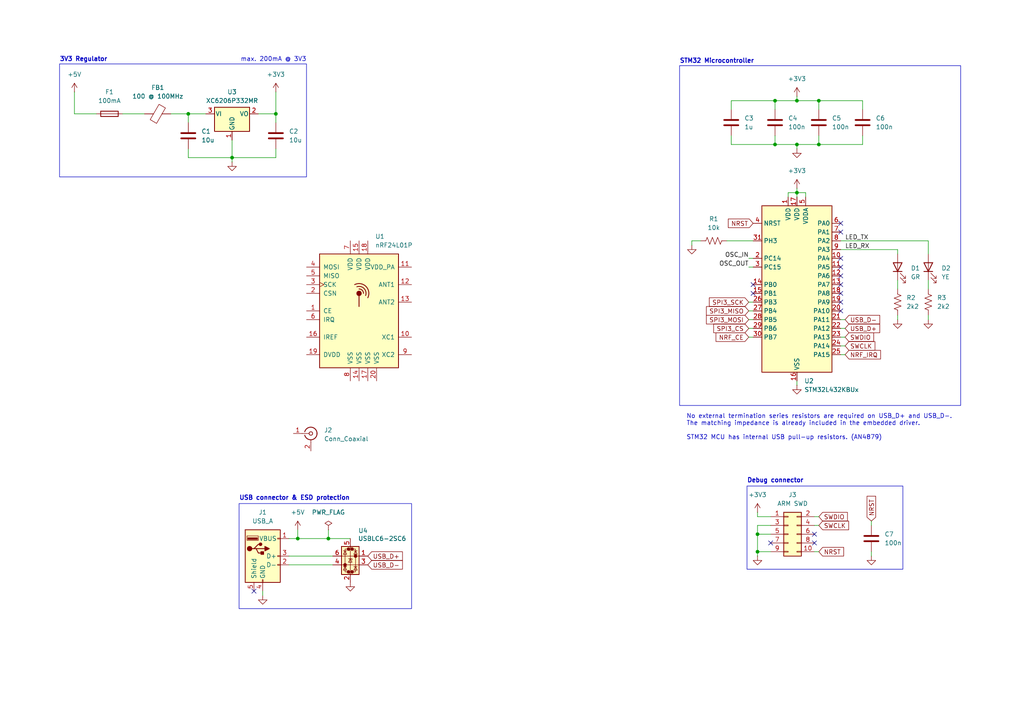
<source format=kicad_sch>
(kicad_sch (version 20250114) (generator "eeschema") (generator_version "9.0")
  (paper "A4")
  (title_block (title "STM32-based RF-to-USB dongle") (date "2025-03-10") (rev "0"))
  (lib_symbols
    (symbol "Connector:Conn_Coaxial" (pin_names (offset 1.016) (hide yes))
      (property "Reference" "J" (at 0.254 3.048 0))
      (property "Value" "Conn_Coaxial" (at 2.921 0 90))
      (symbol "Conn_Coaxial_0_1"
        (polyline (pts (xy -2.54 0) (xy -0.508 0)))
        (arc (start 1.778 0) (mid 0.222 -1.8079) (end -1.778 -0.508) (stroke (width 0.254)))
        (arc (start -1.778 0.508) (mid 0.2221 1.8084) (end 1.778 0) (stroke (width 0.254)))
        (circle (center 0 0) (radius 0.508) (stroke (width 0.2032)))
        (polyline (pts (xy 0 -2.54) (xy 0 -1.778)))
      )
      (symbol "Conn_Coaxial_1_1"
        (pin passive line (at -5.08 0 0) (length 2.54) (name "In") (number "1"))
        (pin passive line (at 0 -5.08 90) (length 2.54) (name "Ext") (number "2"))
      )
    )
    (symbol "Connector:USB_A" (pin_names (offset 1.016))
      (property "Reference" "J" (at -5.08 11.43 0))
      (property "Value" "USB_A" (at -5.08 8.89 0))
      (symbol "USB_A_0_1"
        (rectangle (start -5.08 -7.62) (end 5.08 7.62) (stroke (width 0.254)) (fill (type background)))
        (circle (center -3.81 2.159) (radius 0.635) (stroke (width 0.254)) (fill (type outline)))
        (polyline (pts (xy -3.175 2.159) (xy -2.54 2.159) (xy -1.27 3.429) (xy -0.635 3.429)) (stroke (width 0.254)))
        (polyline (pts (xy -2.54 2.159) (xy -1.905 2.159) (xy -1.27 0.889) (xy 0 0.889)) (stroke (width 0.254)))
        (rectangle (start -1.524 4.826) (end -4.318 5.334) (fill (type outline)))
        (rectangle (start -1.27 4.572) (end -4.572 5.842))
        (circle (center -0.635 3.429) (radius 0.381) (stroke (width 0.254)) (fill (type outline)))
        (rectangle (start -0.127 -7.62) (end 0.127 -6.858))
        (rectangle (start 0.254 1.27) (end -0.508 0.508) (stroke (width 0.254)) (fill (type outline)))
        (polyline (pts (xy 0.635 2.794) (xy 0.635 1.524) (xy 1.905 2.159) (xy 0.635 2.794)) (stroke (width 0.254)) (fill (type outline)))
        (rectangle (start 5.08 4.953) (end 4.318 5.207))
        (rectangle (start 5.08 -0.127) (end 4.318 0.127))
        (rectangle (start 5.08 -2.667) (end 4.318 -2.413))
      )
      (symbol "USB_A_1_1"
        (polyline (pts (xy -1.905 2.159) (xy 0.635 2.159)) (stroke (width 0.254)))
        (pin passive line (at -2.54 -10.16 90) (length 2.54) (name "Shield") (number "5"))
        (pin power_in line (at 0 -10.16 90) (length 2.54) (name "GND") (number "4"))
        (pin power_in line (at 7.62 5.08 180) (length 2.54) (name "VBUS") (number "1"))
        (pin bidirectional line (at 7.62 0 180) (length 2.54) (name "D+") (number "3"))
        (pin bidirectional line (at 7.62 -2.54 180) (length 2.54) (name "D-") (number "2"))
      )
    )
    (symbol "Connector_Generic:Conn_02x05_Odd_Even" (pin_names (offset 1.016) (hide yes))
      (property "Reference" "J" (at 1.27 7.62 0))
      (property "Value" "Conn_02x05_Odd_Even" (at 1.27 -7.62 0))
      (symbol "Conn_02x05_Odd_Even_1_1"
        (rectangle (start -1.27 6.35) (end 3.81 -6.35) (stroke (width 0.254)) (fill (type background)))
        (rectangle (start -1.27 5.207) (end 0 4.953) (stroke (width 0.1524)))
        (rectangle (start -1.27 2.667) (end 0 2.413) (stroke (width 0.1524)))
        (rectangle (start -1.27 0.127) (end 0 -0.127) (stroke (width 0.1524)))
        (rectangle (start -1.27 -2.413) (end 0 -2.667) (stroke (width 0.1524)))
        (rectangle (start -1.27 -4.953) (end 0 -5.207) (stroke (width 0.1524)))
        (rectangle (start 3.81 5.207) (end 2.54 4.953) (stroke (width 0.1524)))
        (rectangle (start 3.81 2.667) (end 2.54 2.413) (stroke (width 0.1524)))
        (rectangle (start 3.81 0.127) (end 2.54 -0.127) (stroke (width 0.1524)))
        (rectangle (start 3.81 -2.413) (end 2.54 -2.667) (stroke (width 0.1524)))
        (rectangle (start 3.81 -4.953) (end 2.54 -5.207) (stroke (width 0.1524)))
        (pin passive line (at -5.08 5.08 0) (length 3.81) (name "Pin_1") (number "1"))
        (pin passive line (at -5.08 2.54 0) (length 3.81) (name "Pin_3") (number "3"))
        (pin passive line (at -5.08 0 0) (length 3.81) (name "Pin_5") (number "5"))
        (pin passive line (at -5.08 -2.54 0) (length 3.81) (name "Pin_7") (number "7"))
        (pin passive line (at -5.08 -5.08 0) (length 3.81) (name "Pin_9") (number "9"))
        (pin passive line (at 7.62 5.08 180) (length 3.81) (name "Pin_2") (number "2"))
        (pin passive line (at 7.62 2.54 180) (length 3.81) (name "Pin_4") (number "4"))
        (pin passive line (at 7.62 0 180) (length 3.81) (name "Pin_6") (number "6"))
        (pin passive line (at 7.62 -2.54 180) (length 3.81) (name "Pin_8") (number "8"))
        (pin passive line (at 7.62 -5.08 180) (length 3.81) (name "Pin_10") (number "10"))
      )
    )
    (symbol "Device:C" (pin_numbers (hide yes)) (pin_names (offset 0.254))
      (property "Reference" "C" (at 0.635 2.54 0))
      (property "Value" "C" (at 0.635 -2.54 0))
      (symbol "C_0_1"
        (polyline (pts (xy -2.032 0.762) (xy 2.032 0.762)) (stroke (width 0.508)))
        (polyline (pts (xy -2.032 -0.762) (xy 2.032 -0.762)) (stroke (width 0.508)))
      )
      (symbol "C_1_1"
        (pin passive line (at 0 3.81 270) (length 2.794) (name "~") (number "1"))
        (pin passive line (at 0 -3.81 90) (length 2.794) (name "~") (number "2"))
      )
    )
    (symbol "Device:FerriteBead" (pin_numbers (hide yes)) (pin_names (offset 0))
      (property "Reference" "FB" (at -3.81 0.635 90))
      (property "Value" "FerriteBead" (at 3.81 0 90))
      (symbol "FerriteBead_0_1"
        (polyline (pts (xy -2.7686 0.4064) (xy -1.7018 2.2606) (xy 2.7686 -0.3048) (xy 1.6764 -2.159) (xy -2.7686 0.4064)))
        (polyline (pts (xy 0 1.27) (xy 0 1.2954)))
        (polyline (pts (xy 0 -1.27) (xy 0 -1.2192)))
      )
      (symbol "FerriteBead_1_1"
        (pin passive line (at 0 3.81 270) (length 2.54) (name "~") (number "1"))
        (pin passive line (at 0 -3.81 90) (length 2.54) (name "~") (number "2"))
      )
    )
    (symbol "Device:Fuse" (pin_numbers (hide yes)) (pin_names (offset 0))
      (property "Reference" "F" (at 2.032 0 90))
      (property "Value" "Fuse" (at -1.905 0 90))
      (symbol "Fuse_0_1"
        (rectangle (start -0.762 -2.54) (end 0.762 2.54) (stroke (width 0.254)))
        (polyline (pts (xy 0 2.54) (xy 0 -2.54)))
      )
      (symbol "Fuse_1_1"
        (pin passive line (at 0 3.81 270) (length 1.27) (name "~") (number "1"))
        (pin passive line (at 0 -3.81 90) (length 1.27) (name "~") (number "2"))
      )
    )
    (symbol "Device:LED" (pin_numbers (hide yes)) (pin_names (offset 1.016) (hide yes))
      (property "Reference" "D" (at 0 2.54 0))
      (property "Value" "LED" (at 0 -2.54 0))
      (symbol "LED_0_1"
        (polyline (pts (xy -3.048 -0.762) (xy -4.572 -2.286) (xy -3.81 -2.286) (xy -4.572 -2.286) (xy -4.572 -1.524)))
        (polyline (pts (xy -1.778 -0.762) (xy -3.302 -2.286) (xy -2.54 -2.286) (xy -3.302 -2.286) (xy -3.302 -1.524)))
        (polyline (pts (xy -1.27 0) (xy 1.27 0)))
        (polyline (pts (xy -1.27 -1.27) (xy -1.27 1.27)) (stroke (width 0.254)))
        (polyline (pts (xy 1.27 -1.27) (xy 1.27 1.27) (xy -1.27 0) (xy 1.27 -1.27)) (stroke (width 0.254)))
      )
      (symbol "LED_1_1"
        (pin passive line (at -3.81 0 0) (length 2.54) (name "K") (number "1"))
        (pin passive line (at 3.81 0 180) (length 2.54) (name "A") (number "2"))
      )
    )
    (symbol "Device:R_US" (pin_numbers (hide yes)) (pin_names (offset 0))
      (property "Reference" "R" (at 2.54 0 90))
      (property "Value" "R_US" (at -2.54 0 90))
      (symbol "R_US_0_1"
        (polyline (pts (xy 0 2.286) (xy 0 2.54)))
        (polyline (pts (xy 0 2.286) (xy 1.016 1.905) (xy 0 1.524) (xy -1.016 1.143) (xy 0 0.762)))
        (polyline (pts (xy 0 0.762) (xy 1.016 0.381) (xy 0 0) (xy -1.016 -0.381) (xy 0 -0.762)))
        (polyline (pts (xy 0 -0.762) (xy 1.016 -1.143) (xy 0 -1.524) (xy -1.016 -1.905) (xy 0 -2.286)))
        (polyline (pts (xy 0 -2.286) (xy 0 -2.54)))
      )
      (symbol "R_US_1_1"
        (pin passive line (at 0 3.81 270) (length 1.27) (name "~") (number "1"))
        (pin passive line (at 0 -3.81 90) (length 1.27) (name "~") (number "2"))
      )
    )
    (symbol "MCU_ST_STM32L4:STM32L432KBUx"
      (property "Reference" "U" (at -10.16 26.67 0))
      (property "Value" "STM32L432KBUx" (at 5.08 26.67 0))
      (symbol "STM32L432KBUx_0_1"
        (rectangle (start -10.16 -22.86) (end 10.16 25.4) (stroke (width 0.254)) (fill (type background)))
      )
      (symbol "STM32L432KBUx_1_1"
        (pin input line (at -12.7 20.32 0) (length 2.54) (name "NRST") (number "4"))
        (pin bidirectional line (at -12.7 15.24 0) (length 2.54) (name "PH3") (number "31"))
        (pin bidirectional line (at -12.7 10.16 0) (length 2.54) (name "PC14") (number "2"))
        (pin bidirectional line (at -12.7 7.62 0) (length 2.54) (name "PC15") (number "3"))
        (pin bidirectional line (at -12.7 2.54 0) (length 2.54) (name "PB0") (number "14") (alternate "" input line))
        (pin bidirectional line (at -12.7 0 0) (length 2.54) (name "PB1") (number "15"))
        (pin bidirectional line (at -12.7 -2.54 0) (length 2.54) (name "PB3") (number "26"))
        (pin bidirectional line (at -12.7 -5.08 0) (length 2.54) (name "PB4") (number "27"))
        (pin bidirectional line (at -12.7 -7.62 0) (length 2.54) (name "PB5") (number "28"))
        (pin bidirectional line (at -12.7 -10.16 0) (length 2.54) (name "PB6") (number "29"))
        (pin bidirectional line (at -12.7 -12.7 0) (length 2.54) (name "PB7") (number "30"))
        (pin power_in line (at -2.54 27.94 270) (length 2.54) (name "VDD") (number "1"))
        (pin power_in line (at 0 27.94 270) (length 2.54) (name "VDD") (number "17"))
        (pin power_in line (at 0 -25.4 90) (length 2.54) (name "VSS") (number "16"))
        (pin passive line (at 0 -25.4 90) (length 2.54) (hide yes) (name "VSS") (number "32"))
        (pin passive line (at 0 -25.4 90) (length 2.54) (hide yes) (name "VSS") (number "33"))
        (pin power_in line (at 2.54 27.94 270) (length 2.54) (name "VDDA") (number "5"))
        (pin bidirectional line (at 12.7 20.32 180) (length 2.54) (name "PA0") (number "6"))
        (pin bidirectional line (at 12.7 17.78 180) (length 2.54) (name "PA1") (number "7"))
        (pin bidirectional line (at 12.7 15.24 180) (length 2.54) (name "PA2") (number "8"))
        (pin bidirectional line (at 12.7 12.7 180) (length 2.54) (name "PA3") (number "9"))
        (pin bidirectional line (at 12.7 10.16 180) (length 2.54) (name "PA4") (number "10"))
        (pin bidirectional line (at 12.7 7.62 180) (length 2.54) (name "PA5") (number "11"))
        (pin bidirectional line (at 12.7 5.08 180) (length 2.54) (name "PA6") (number "12"))
        (pin bidirectional line (at 12.7 2.54 180) (length 2.54) (name "PA7") (number "13"))
        (pin bidirectional line (at 12.7 0 180) (length 2.54) (name "PA8") (number "18"))
        (pin bidirectional line (at 12.7 -2.54 180) (length 2.54) (name "PA9") (number "19"))
        (pin bidirectional line (at 12.7 -5.08 180) (length 2.54) (name "PA10") (number "20"))
        (pin bidirectional line (at 12.7 -7.62 180) (length 2.54) (name "PA11") (number "21"))
        (pin bidirectional line (at 12.7 -10.16 180) (length 2.54) (name "PA12") (number "22"))
        (pin bidirectional line (at 12.7 -12.7 180) (length 2.54) (name "PA13") (number "23"))
        (pin bidirectional line (at 12.7 -15.24 180) (length 2.54) (name "PA14") (number "24"))
        (pin bidirectional line (at 12.7 -17.78 180) (length 2.54) (name "PA15") (number "25"))
      )
    )
    (symbol "Power_Protection:USBLC6-2SC6" (pin_names (hide yes))
      (property "Reference" "U" (at 0.635 5.715 0))
      (property "Value" "USBLC6-2SC6" (at 0.635 3.81 0))
      (symbol "USBLC6-2SC6_0_0"
        (circle (center -1.524 0) (radius 0.0001) (stroke (width 0.508)))
        (circle (center -0.508 2.032) (radius 0.0001) (stroke (width 0.508)))
        (circle (center -0.508 -4.572) (radius 0.0001) (stroke (width 0.508)))
        (circle (center 0.508 2.032) (radius 0.0001) (stroke (width 0.508)))
        (circle (center 0.508 -4.572) (radius 0.0001) (stroke (width 0.508)))
        (circle (center 1.524 -2.54) (radius 0.0001) (stroke (width 0.508)))
      )
      (symbol "USBLC6-2SC6_0_1"
        (polyline (pts (xy -2.54 0) (xy 2.54 0)))
        (polyline (pts (xy -2.54 -2.54) (xy 2.54 -2.54)))
        (polyline (pts (xy -2.032 0.508) (xy -1.016 0.508) (xy -1.524 1.524) (xy -2.032 0.508)))
        (polyline (pts (xy -2.032 -3.048) (xy -1.016 -3.048)))
        (polyline (pts (xy -1.016 1.524) (xy -2.032 1.524)))
        (polyline (pts (xy -1.016 -4.064) (xy -2.032 -4.064) (xy -1.524 -3.048) (xy -1.016 -4.064)))
        (polyline (pts (xy -0.508 -1.143) (xy -0.508 -0.762) (xy 0.508 -0.762)))
        (polyline (pts (xy 0 2.54) (xy -0.508 2.032) (xy 0.508 2.032) (xy 0 1.524) (xy 0 -4.064) (xy -0.508 -4.572) (xy 0.508 -4.572) (xy 0 -5.08)))
        (polyline (pts (xy 0.508 -1.778) (xy -0.508 -1.778) (xy 0 -0.762) (xy 0.508 -1.778)))
        (polyline (pts (xy 1.016 1.524) (xy 2.032 1.524)))
        (polyline (pts (xy 1.016 -3.048) (xy 2.032 -3.048)))
        (polyline (pts (xy 2.032 0.508) (xy 1.016 0.508) (xy 1.524 1.524) (xy 2.032 0.508)))
        (polyline (pts (xy 2.032 -4.064) (xy 1.016 -4.064) (xy 1.524 -3.048) (xy 2.032 -4.064)))
      )
      (symbol "USBLC6-2SC6_1_1"
        (rectangle (start -2.54 2.794) (end 2.54 -5.334) (stroke (width 0.254)) (fill (type background)))
        (polyline (pts (xy -0.508 2.032) (xy -1.524 2.032) (xy -1.524 -4.572) (xy -0.508 -4.572)))
        (polyline (pts (xy 0.508 -4.572) (xy 1.524 -4.572) (xy 1.524 2.032) (xy 0.508 2.032)))
        (pin passive line (at -5.08 0 0) (length 2.54) (name "I/O1") (number "1"))
        (pin passive line (at -5.08 -2.54 0) (length 2.54) (name "I/O2") (number "3"))
        (pin passive line (at 0 5.08 270) (length 2.54) (name "VBUS") (number "5"))
        (pin passive line (at 0 -7.62 90) (length 2.54) (name "GND") (number "2"))
        (pin passive line (at 5.08 0 180) (length 2.54) (name "I/O1") (number "6"))
        (pin passive line (at 5.08 -2.54 180) (length 2.54) (name "I/O2") (number "4"))
      )
    )
    (symbol "RF:nRF24L01P" (pin_names (offset 1.016))
      (property "Reference" "U" (at -11.43 17.78 0))
      (property "Value" "nRF24L01P" (at 5.08 17.78 0))
      (symbol "nRF24L01P_0_1"
        (rectangle (start -11.43 16.51) (end 11.43 -16.51) (stroke (width 0.254)) (fill (type background)))
        (arc (start -1.27 7.62) (mid 2.008 7.088) (end 2.54 3.81) (stroke (width 0.254)))
        (circle (center 0 5.08) (radius 0.635) (stroke (width 0.254)) (fill (type outline)))
        (polyline (pts (xy 0 4.445) (xy 0 1.27)) (stroke (width 0.254)))
        (arc (start -0.635 6.985) (mid 1.4383 6.5183) (end 1.905 4.445) (stroke (width 0.254)))
        (arc (start 0 6.35) (mid 0.9108 5.9908) (end 1.27 5.08) (stroke (width 0.254)))
        (rectangle (start 11.43 -13.97) (end 11.43 -13.97))
      )
      (symbol "nRF24L01P_1_1"
        (pin input line (at -15.24 12.7 0) (length 3.81) (name "MOSI") (number "4"))
        (pin output line (at -15.24 10.16 0) (length 3.81) (name "MISO") (number "5"))
        (pin input clock (at -15.24 7.62 0) (length 3.81) (name "SCK") (number "3"))
        (pin input line (at -15.24 5.08 0) (length 3.81) (name "CSN") (number "2"))
        (pin input line (at -15.24 0 0) (length 3.81) (name "CE") (number "1"))
        (pin output line (at -15.24 -2.54 0) (length 3.81) (name "IRQ") (number "6"))
        (pin passive line (at -15.24 -7.62 0) (length 3.81) (name "IREF") (number "16"))
        (pin power_out line (at -15.24 -12.7 0) (length 3.81) (name "DVDD") (number "19"))
        (pin power_in line (at -2.54 20.32 270) (length 3.81) (name "VDD") (number "7"))
        (pin power_in line (at -2.54 -20.32 90) (length 3.81) (name "VSS") (number "8"))
        (pin power_in line (at 0 20.32 270) (length 3.81) (name "VDD") (number "15"))
        (pin power_in line (at 0 -20.32 90) (length 3.81) (name "VSS") (number "14"))
        (pin power_in line (at 2.54 20.32 270) (length 3.81) (name "VDD") (number "18"))
        (pin power_in line (at 2.54 -20.32 90) (length 3.81) (name "VSS") (number "17"))
        (pin power_in line (at 5.08 -20.32 90) (length 3.81) (name "VSS") (number "20"))
        (pin power_out line (at 15.24 12.7 180) (length 3.81) (name "VDD_PA") (number "11"))
        (pin passive line (at 15.24 7.62 180) (length 3.81) (name "ANT1") (number "12"))
        (pin passive line (at 15.24 2.54 180) (length 3.81) (name "ANT2") (number "13"))
        (pin passive line (at 15.24 -7.62 180) (length 3.81) (name "XC1") (number "10"))
        (pin passive line (at 15.24 -12.7 180) (length 3.81) (name "XC2") (number "9"))
      )
    )
    (symbol "Regulator_Linear:XC6206PxxxMR" (pin_names (offset 0.254))
      (property "Reference" "U" (at -3.81 3.175 0))
      (property "Value" "XC6206PxxxMR" (at 0 3.175 0))
      (symbol "XC6206PxxxMR_0_1"
        (rectangle (start -5.08 1.905) (end 5.08 -5.08) (stroke (width 0.254)) (fill (type background)))
      )
      (symbol "XC6206PxxxMR_1_1"
        (pin power_in line (at -7.62 0 0) (length 2.54) (name "VI") (number "3"))
        (pin power_in line (at 0 -7.62 90) (length 2.54) (name "GND") (number "1"))
        (pin power_out line (at 7.62 0 180) (length 2.54) (name "VO") (number "2"))
      )
    )
    (symbol "power:+3V3" (power) (pin_numbers (hide yes)) (pin_names (offset 0) (hide yes))
      (property "Value" "+3V3" (at 0 3.556 0))
      (symbol "+3V3_0_1"
        (polyline (pts (xy -0.762 1.27) (xy 0 2.54)))
        (polyline (pts (xy 0 2.54) (xy 0.762 1.27)))
        (polyline (pts (xy 0 0) (xy 0 2.54)))
      )
      (symbol "+3V3_1_1"
        (pin power_in line (at 0 0 90) (length 0) (name "~") (number "1"))
      )
    )
    (symbol "power:+5V" (power) (pin_numbers (hide yes)) (pin_names (offset 0) (hide yes))
      (property "Value" "+5V" (at 0 3.556 0))
      (symbol "+5V_0_1"
        (polyline (pts (xy -0.762 1.27) (xy 0 2.54)))
        (polyline (pts (xy 0 2.54) (xy 0.762 1.27)))
        (polyline (pts (xy 0 0) (xy 0 2.54)))
      )
      (symbol "+5V_1_1"
        (pin power_in line (at 0 0 90) (length 0) (name "~") (number "1"))
      )
    )
    (symbol "power:GND" (power) (pin_numbers (hide yes)) (pin_names (offset 0) (hide yes))
      (property "Value" "GND" (at 0 -3.81 0))
      (symbol "GND_0_1"
        (polyline (pts (xy 0 0) (xy 0 -1.27) (xy 1.27 -1.27) (xy 0 -2.54) (xy -1.27 -1.27) (xy 0 -1.27)))
      )
      (symbol "GND_1_1"
        (pin power_in line (at 0 0 270) (length 0) (name "~") (number "1"))
      )
    )
    (symbol "power:PWR_FLAG" (power) (pin_numbers (hide yes)) (pin_names (offset 0) (hide yes))
      (property "Value" "PWR_FLAG" (at 0 3.81 0))
      (symbol "PWR_FLAG_0_0"
        (pin power_out line (at 0 0 90) (length 0) (name "~") (number "1"))
      )
      (symbol "PWR_FLAG_0_1"
        (polyline (pts (xy 0 0) (xy 0 1.27) (xy -1.016 1.905) (xy 0 2.54) (xy 1.016 1.905) (xy 0 1.27)))
      )
    )
  )
  (rectangle (start 17.272 18.542) (end 88.9 51.308))
  (rectangle (start 69.342 146.05) (end 119.38 176.53))
  (rectangle (start 197.104 19.05) (end 278.638 117.602))
  (rectangle (start 216.662 140.97) (end 261.874 165.1))
  (text "3V3 Regulator" (at 17.272 17.272 0) (effects (font (size 1.27 1.27) (thickness 0.254) (bold yes)) (justify left)))
  (text "USB connector & ESD protection" (at 69.342 144.526 0) (effects (font (size 1.27 1.27) (thickness 0.254) (bold yes)) (justify left)))
  (text "STM32 Microcontroller" (at 197.104 17.78 0) (effects (font (size 1.27 1.27) (thickness 0.254) (bold yes)) (justify left)))
  (text "Debug connector" (at 216.662 139.446 0) (effects (font (size 1.27 1.27) (thickness 0.254) (bold yes)) (justify left)))
  (text "max. 200mA @ 3V3" (at 88.9 17.272 0) (effects (font (size 1.27 1.27)) (justify right)))
  (text_box "No external termination series resistors are required on USB_D+ and USB_D-. The matching impedance is already included in the embedded driver.\n\nSTM32 MCU has internal USB pull-up resistors. (AN4879)" (at 198.12 118.872 0) (size 79.248 10.668) (margins 0.9525 0.9525 0.9525 0.9525) (stroke (width -0.0001)) (effects (font (size 1.27 1.27)) (justify left top)))
  (junction (at 95.25 156.21))
  (junction (at 231.14 41.91))
  (junction (at 67.31 45.72))
  (junction (at 224.79 29.21))
  (junction (at 231.14 29.21))
  (junction (at 86.36 156.21))
  (junction (at 219.71 160.02))
  (junction (at 219.71 154.94))
  (junction (at 231.14 55.88))
  (junction (at 80.01 33.02))
  (junction (at 237.49 41.91))
  (junction (at 54.61 33.02))
  (junction (at 224.79 41.91))
  (junction (at 237.49 29.21))
  (no_connect (at 243.84 67.31))
  (no_connect (at 236.22 157.48))
  (no_connect (at 223.52 157.48))
  (no_connect (at 243.84 90.17))
  (no_connect (at 236.22 154.94))
  (no_connect (at 243.84 77.47))
  (no_connect (at 218.44 85.09))
  (no_connect (at 243.84 74.93))
  (no_connect (at 243.84 82.55))
  (no_connect (at 218.44 82.55))
  (no_connect (at 243.84 80.01))
  (no_connect (at 73.66 171.45))
  (no_connect (at 243.84 85.09))
  (no_connect (at 243.84 64.77))
  (no_connect (at 243.84 87.63))
  (wire (pts (xy 217.17 77.47) (xy 218.44 77.47)))
  (wire (pts (xy 233.68 57.15) (xy 233.68 55.88)))
  (wire (pts (xy 80.01 26.67) (xy 80.01 33.02)))
  (wire (pts (xy 80.01 33.02) (xy 80.01 35.56)))
  (wire (pts (xy 83.82 161.29) (xy 96.52 161.29)))
  (wire (pts (xy 231.14 54.61) (xy 231.14 55.88)))
  (wire (pts (xy 224.79 29.21) (xy 224.79 31.75)))
  (wire (pts (xy 219.71 148.59) (xy 219.71 149.86)))
  (wire (pts (xy 67.31 46.99) (xy 67.31 45.72)))
  (wire (pts (xy 219.71 161.29) (xy 219.71 160.02)))
  (wire (pts (xy 260.35 73.66) (xy 260.35 72.39)))
  (wire (pts (xy 231.14 29.21) (xy 237.49 29.21)))
  (wire (pts (xy 86.36 153.67) (xy 86.36 156.21)))
  (wire (pts (xy 231.14 41.91) (xy 231.14 43.18)))
  (wire (pts (xy 231.14 41.91) (xy 237.49 41.91)))
  (wire (pts (xy 41.91 33.02) (xy 35.56 33.02)))
  (wire (pts (xy 95.25 156.21) (xy 101.6 156.21)))
  (wire (pts (xy 76.2 172.72) (xy 76.2 171.45)))
  (wire (pts (xy 243.84 69.85) (xy 269.24 69.85)))
  (wire (pts (xy 212.09 29.21) (xy 224.79 29.21)))
  (wire (pts (xy 237.49 39.37) (xy 237.49 41.91)))
  (wire (pts (xy 54.61 33.02) (xy 49.53 33.02)))
  (wire (pts (xy 233.68 55.88) (xy 231.14 55.88)))
  (wire (pts (xy 224.79 41.91) (xy 231.14 41.91)))
  (wire (pts (xy 21.59 33.02) (xy 21.59 26.67)))
  (wire (pts (xy 219.71 154.94) (xy 219.71 160.02)))
  (wire (pts (xy 252.73 152.4) (xy 252.73 151.13)))
  (wire (pts (xy 217.17 87.63) (xy 218.44 87.63)))
  (wire (pts (xy 27.94 33.02) (xy 21.59 33.02)))
  (wire (pts (xy 83.82 163.83) (xy 96.52 163.83)))
  (wire (pts (xy 95.25 156.21) (xy 95.25 153.67)))
  (wire (pts (xy 231.14 55.88) (xy 231.14 57.15)))
  (wire (pts (xy 250.19 39.37) (xy 250.19 41.91)))
  (wire (pts (xy 210.82 69.85) (xy 218.44 69.85)))
  (wire (pts (xy 212.09 39.37) (xy 212.09 41.91)))
  (wire (pts (xy 237.49 160.02) (xy 236.22 160.02)))
  (wire (pts (xy 224.79 29.21) (xy 231.14 29.21)))
  (wire (pts (xy 200.66 69.85) (xy 203.2 69.85)))
  (wire (pts (xy 231.14 27.94) (xy 231.14 29.21)))
  (wire (pts (xy 212.09 41.91) (xy 224.79 41.91)))
  (wire (pts (xy 86.36 156.21) (xy 83.82 156.21)))
  (wire (pts (xy 217.17 92.71) (xy 218.44 92.71)))
  (wire (pts (xy 237.49 149.86) (xy 236.22 149.86)))
  (wire (pts (xy 252.73 161.29) (xy 252.73 160.02)))
  (wire (pts (xy 269.24 73.66) (xy 269.24 69.85)))
  (wire (pts (xy 67.31 45.72) (xy 67.31 40.64)))
  (wire (pts (xy 228.6 55.88) (xy 231.14 55.88)))
  (wire (pts (xy 269.24 92.71) (xy 269.24 91.44)))
  (wire (pts (xy 80.01 45.72) (xy 67.31 45.72)))
  (wire (pts (xy 237.49 152.4) (xy 236.22 152.4)))
  (wire (pts (xy 237.49 29.21) (xy 237.49 31.75)))
  (wire (pts (xy 54.61 43.18) (xy 54.61 45.72)))
  (wire (pts (xy 212.09 29.21) (xy 212.09 31.75)))
  (wire (pts (xy 217.17 95.25) (xy 218.44 95.25)))
  (wire (pts (xy 237.49 41.91) (xy 250.19 41.91)))
  (wire (pts (xy 59.69 33.02) (xy 54.61 33.02)))
  (wire (pts (xy 54.61 35.56) (xy 54.61 33.02)))
  (wire (pts (xy 74.93 33.02) (xy 80.01 33.02)))
  (wire (pts (xy 217.17 97.79) (xy 218.44 97.79)))
  (wire (pts (xy 200.66 69.85) (xy 200.66 71.12)))
  (wire (pts (xy 219.71 149.86) (xy 223.52 149.86)))
  (wire (pts (xy 224.79 39.37) (xy 224.79 41.91)))
  (wire (pts (xy 260.35 92.71) (xy 260.35 91.44)))
  (wire (pts (xy 228.6 57.15) (xy 228.6 55.88)))
  (wire (pts (xy 217.17 74.93) (xy 218.44 74.93)))
  (wire (pts (xy 245.11 92.71) (xy 243.84 92.71)))
  (wire (pts (xy 245.11 97.79) (xy 243.84 97.79)))
  (wire (pts (xy 86.36 156.21) (xy 95.25 156.21)))
  (wire (pts (xy 245.11 95.25) (xy 243.84 95.25)))
  (wire (pts (xy 54.61 45.72) (xy 67.31 45.72)))
  (wire (pts (xy 269.24 83.82) (xy 269.24 81.28)))
  (wire (pts (xy 80.01 43.18) (xy 80.01 45.72)))
  (wire (pts (xy 245.11 102.87) (xy 243.84 102.87)))
  (wire (pts (xy 245.11 100.33) (xy 243.84 100.33)))
  (wire (pts (xy 260.35 83.82) (xy 260.35 81.28)))
  (wire (pts (xy 243.84 72.39) (xy 260.35 72.39)))
  (wire (pts (xy 237.49 29.21) (xy 250.19 29.21)))
  (wire (pts (xy 231.14 111.76) (xy 231.14 110.49)))
  (wire (pts (xy 223.52 152.4) (xy 219.71 152.4)))
  (wire (pts (xy 250.19 31.75) (xy 250.19 29.21)))
  (wire (pts (xy 219.71 154.94) (xy 223.52 154.94)))
  (wire (pts (xy 219.71 160.02) (xy 223.52 160.02)))
  (wire (pts (xy 217.17 90.17) (xy 218.44 90.17)))
  (wire (pts (xy 219.71 152.4) (xy 219.71 154.94)))
  (label "LED_RX" (at 245.11 72.39 0))
  (label "OSC_IN" (at 217.17 74.93 180))
  (label "OSC_OUT" (at 217.17 77.47 180))
  (label "LED_TX" (at 245.11 69.85 0))
  (global_label "USB_D-" (shape input) (at 106.68 163.83 0) (property "Intersheetrefs" "${INTERSHEET_REFS}" (effects (hide yes))))
  (global_label "USB_D-" (shape input) (at 245.11 92.71 0) (property "Intersheetrefs" "${INTERSHEET_REFS}" (effects (hide yes))))
  (global_label "NRF_CE" (shape input) (at 217.17 97.79 180) (property "Intersheetrefs" "${INTERSHEET_REFS}" (effects (hide yes))))
  (global_label "NRST" (shape input) (at 237.49 160.02 0) (property "Intersheetrefs" "${INTERSHEET_REFS}" (effects (hide yes))))
  (global_label "SWDIO" (shape input) (at 245.11 97.79 0) (property "Intersheetrefs" "${INTERSHEET_REFS}" (effects (hide yes))))
  (global_label "SPI3_SCK" (shape input) (at 217.17 87.63 180) (property "Intersheetrefs" "${INTERSHEET_REFS}" (effects (hide yes))))
  (global_label "USB_D+" (shape input) (at 245.11 95.25 0) (property "Intersheetrefs" "${INTERSHEET_REFS}" (effects (hide yes))))
  (global_label "SWCLK" (shape input) (at 245.11 100.33 0) (property "Intersheetrefs" "${INTERSHEET_REFS}" (effects (hide yes))))
  (global_label "SPI3_CS" (shape input) (at 217.17 95.25 180) (property "Intersheetrefs" "${INTERSHEET_REFS}" (effects (hide yes))))
  (global_label "NRST" (shape input) (at 252.73 151.13 90) (property "Intersheetrefs" "${INTERSHEET_REFS}" (effects (hide yes))))
  (global_label "NRF_IRQ" (shape input) (at 245.11 102.87 0) (property "Intersheetrefs" "${INTERSHEET_REFS}" (effects (hide yes))))
  (global_label "SWCLK" (shape input) (at 237.49 152.4 0) (property "Intersheetrefs" "${INTERSHEET_REFS}" (effects (hide yes))))
  (global_label "SPI3_MISO" (shape input) (at 217.17 90.17 180) (property "Intersheetrefs" "${INTERSHEET_REFS}" (effects (hide yes))))
  (global_label "NRST" (shape input) (at 218.44 64.77 180) (property "Intersheetrefs" "${INTERSHEET_REFS}" (effects (hide yes))))
  (global_label "SWDIO" (shape input) (at 237.49 149.86 0) (property "Intersheetrefs" "${INTERSHEET_REFS}" (effects (hide yes))))
  (global_label "SPI3_MOSI" (shape input) (at 217.17 92.71 180) (property "Intersheetrefs" "${INTERSHEET_REFS}" (effects (hide yes))))
  (global_label "USB_D+" (shape input) (at 106.68 161.29 0) (property "Intersheetrefs" "${INTERSHEET_REFS}" (effects (hide yes))))
  (symbol (lib_id "power:GND") (at 76.2 172.72 0) (unit 1)
    (property "Reference" "#PWR014" (effects (hide yes)))
    (property "Value" "GND" (effects (hide yes)))
    (property "Description" "Power symbol creates a global label with name \"GND\" , ground" (effects (hide yes)))
  )
  (symbol (lib_id "power:PWR_FLAG") (at 95.25 153.67 0) (unit 1)
    (property "Reference" "#FLG01" (effects (hide yes)))
    (property "Value" "PWR_FLAG" (at 95.25 148.59 0))
    (property "Description" "Special symbol for telling ERC where power comes from" (effects (hide yes)))
  )
  (symbol (lib_id "Power_Protection:USBLC6-2SC6") (at 101.6 161.29 0) (mirror y) (unit 1)
    (property "Reference" "U4" (at 106.68 153.924 0) (effects (justify left)))
    (property "Value" "USBLC6-2SC6" (at 117.856 156.21 0) (effects (justify left)))
    (property "Footprint" "Package_TO_SOT_SMD:SOT-23-6" (effects (hide yes)))
    (property "Datasheet" "https://www.st.com/resource/en/datasheet/usblc6-2.pdf" (effects (hide yes)))
    (property "Description" "Very low capacitance ESD protection diode, 2 data-line, SOT-23-6" (effects (hide yes)))
  )
  (symbol (lib_id "Device:C") (at 54.61 39.37 0) (unit 1)
    (property "Reference" "C1" (at 58.42 38.0999 0) (effects (justify left)))
    (property "Value" "10u" (at 58.42 40.6399 0) (effects (justify left)))
    (property "Description" "Unpolarized capacitor" (effects (hide yes)))
  )
  (symbol (lib_id "power:GND") (at 269.24 92.71 0) (unit 1)
    (property "Reference" "#PWR010" (effects (hide yes)))
    (property "Value" "GND" (effects (hide yes)))
    (property "Description" "Power symbol creates a global label with name \"GND\" , ground" (effects (hide yes)))
  )
  (symbol (lib_id "power:+5V") (at 86.36 153.67 0) (unit 1)
    (property "Reference" "#PWR015" (effects (hide yes)))
    (property "Value" "+5V" (at 86.36 148.59 0))
    (property "Description" "Power symbol creates a global label with name \"+5V\"" (effects (hide yes)))
  )
  (symbol (lib_id "Device:C") (at 252.73 156.21 0) (unit 1)
    (property "Reference" "C7" (at 256.54 154.9399 0) (effects (justify left)))
    (property "Value" "100n" (at 256.54 157.4799 0) (effects (justify left)))
    (property "Description" "Unpolarized capacitor" (effects (hide yes)))
  )
  (symbol (lib_id "power:+5V") (at 21.59 26.67 0) (unit 1)
    (property "Reference" "#PWR01" (effects (hide yes)))
    (property "Value" "+5V" (at 21.59 21.59 0))
    (property "Description" "Power symbol creates a global label with name \"+5V\"" (effects (hide yes)))
  )
  (symbol (lib_id "RF:nRF24L01P") (at 104.14 90.17 0) (unit 1)
    (property "Reference" "U1" (at 108.8233 68.58 0) (effects (justify left)))
    (property "Value" "nRF24L01P" (at 108.8233 71.12 0) (effects (justify left)))
    (property "Footprint" "Package_DFN_QFN:QFN-20-1EP_4x4mm_P0.5mm_EP2.5x2.5mm" (effects (hide yes)))
    (property "Datasheet" "kicad-embed://NRF24L01P-R7.pdf" (effects (hide yes)))
    (property "Description" "nRF24L01+, Ultra low power 2.4GHz RF Transceiver, QFN20 4x4mm" (effects (hide yes)))
    (property "Digi-Key" "4823-NRF24L01P-R7CT-ND" (effects (hide yes)))
    (property "SKU" "NRF24L01P-R7" (effects (hide yes)))
  )
  (symbol (lib_id "Connector:Conn_Coaxial") (at 90.17 125.73 0) (unit 1)
    (property "Reference" "J2" (at 93.98 124.7531 0) (effects (justify left)))
    (property "Value" "Conn_Coaxial" (at 93.98 127.2931 0) (effects (justify left)))
    (property "Footprint" "Connector_Coaxial:SMA_Molex_73251-1153_EdgeMount_Horizontal" (effects (hide yes)))
    (property "Datasheet" "kicad-embed://SMA-MOLEX-732511153.pdf" (effects (hide yes)))
    (property "Description" "coaxial connector (BNC, SMA, SMB, SMC, Cinch/RCA, LEMO, ...)" (effects (hide yes)))
    (property "Digi-Key" "900-0732511153-ND" (effects (hide yes)))
    (property "SKU" "0732511153" (effects (hide yes)))
  )
  (symbol (lib_id "Device:C") (at 250.19 35.56 0) (unit 1)
    (property "Reference" "C6" (at 254 34.2899 0) (effects (justify left)))
    (property "Value" "100n" (at 254 36.8299 0) (effects (justify left)))
    (property "Description" "Unpolarized capacitor" (effects (hide yes)))
  )
  (symbol (lib_id "Device:Fuse") (at 31.75 33.02 90) (unit 1)
    (property "Reference" "F1" (at 31.75 26.67 90))
    (property "Value" "100mA" (at 31.75 29.21 90))
    (property "Description" "Fuse" (effects (hide yes)))
  )
  (symbol (lib_id "power:GND") (at 231.14 111.76 0) (unit 1)
    (property "Reference" "#PWR05" (effects (hide yes)))
    (property "Value" "GND" (effects (hide yes)))
    (property "Description" "Power symbol creates a global label with name \"GND\" , ground" (effects (hide yes)))
  )
  (symbol (lib_id "MCU_ST_STM32L4:STM32L432KBUx") (at 231.14 85.09 0) (unit 1)
    (property "Reference" "U2" (at 233.2833 110.49 0) (effects (justify left)))
    (property "Value" "STM32L432KBUx" (at 233.2833 113.03 0) (effects (justify left)))
    (property "Footprint" "Package_DFN_QFN:QFN-32-1EP_5x5mm_P0.5mm_EP3.45x3.45mm" (effects (hide yes)))
    (property "Datasheet" "kicad-embed://STM32L432KB.pdf" (effects (hide yes)))
    (property "Description" "STMicroelectronics Arm Cortex-M4 MCU, 128KB flash, 64KB RAM, 80 MHz, 1.71-3.6V, 26 GPIO, UFQFPN32" (effects (hide yes)))
    (property "Digi-Key" "497-16577-ND" (effects (hide yes)))
    (property "SKU" "STM32L432KBU6" (effects (hide yes)))
    (pin "14" (alternate "PB0"))
  )
  (symbol (lib_id "Device:R_US") (at 269.24 87.63 180) (unit 1)
    (property "Reference" "R3" (at 271.78 86.3599 0) (effects (justify right)))
    (property "Value" "2k2" (at 271.78 88.8999 0) (effects (justify right)))
    (property "Description" "Resistor, US symbol" (effects (hide yes)))
  )
  (symbol (lib_id "power:GND") (at 67.31 46.99 0) (unit 1)
    (property "Reference" "#PWR02" (effects (hide yes)))
    (property "Value" "GND" (effects (hide yes)))
    (property "Description" "Power symbol creates a global label with name \"GND\" , ground" (effects (hide yes)))
  )
  (symbol (lib_id "power:GND") (at 101.6 168.91 0) (unit 1)
    (property "Reference" "#PWR016" (effects (hide yes)))
    (property "Value" "GND" (effects (hide yes)))
    (property "Description" "Power symbol creates a global label with name \"GND\" , ground" (effects (hide yes)))
  )
  (symbol (lib_id "power:GND") (at 231.14 43.18 0) (unit 1)
    (property "Reference" "#PWR06" (effects (hide yes)))
    (property "Value" "GND" (effects (hide yes)))
    (property "Description" "Power symbol creates a global label with name \"GND\" , ground" (effects (hide yes)))
  )
  (symbol (lib_id "Device:C") (at 80.01 39.37 0) (unit 1)
    (property "Reference" "C2" (at 83.82 38.0999 0) (effects (justify left)))
    (property "Value" "10u" (at 83.82 40.6399 0) (effects (justify left)))
    (property "Description" "Unpolarized capacitor" (effects (hide yes)))
  )
  (symbol (lib_id "Connector_Generic:Conn_02x05_Odd_Even") (at 228.6 154.94 0) (unit 1)
    (property "Reference" "J3" (at 229.87 143.51 0))
    (property "Value" "ARM SWD" (at 229.87 146.05 0))
    (property "Description" "Generic connector, double row, 02x05, odd/even pin numbering scheme (row 1 odd numbers, row 2 even numbers), script generated (kicad-library-utils/schlib/autogen/connector/)" (effects (hide yes)))
  )
  (symbol (lib_id "Connector:USB_A") (at 76.2 161.29 0) (unit 1)
    (property "Reference" "J1" (at 76.2 148.59 0))
    (property "Value" "USB_A" (at 76.2 151.13 0))
    (property "Footprint" "RF-to-USB:USB_A_Molex_48037-2200_Horizontal" (effects (hide yes)))
    (property "Datasheet" "kicad-embed://USB-MOLEX-480372200.pdf" (effects (hide yes)))
    (property "Description" "USB Type A connector" (effects (hide yes)))
    (property "Digi-Key" "WM3983CT-ND" (effects (hide yes)))
    (property "SKU" "0480372200" (effects (hide yes)))
  )
  (symbol (lib_id "Device:LED") (at 269.24 77.47 90) (unit 1)
    (property "Reference" "D2" (at 273.05 77.7874 90) (effects (justify right)))
    (property "Value" "YE" (at 273.05 80.3274 90) (effects (justify right)))
    (property "Description" "Light emitting diode" (effects (hide yes)))
    (property "Sim.Pins" "1=K 2=A" (effects (hide yes)))
  )
  (symbol (lib_id "Device:FerriteBead") (at 45.72 33.02 270) (unit 1)
    (property "Reference" "FB1" (at 45.7708 25.4 90))
    (property "Value" "100 @ 100MHz" (at 45.7708 27.94 90))
    (property "Description" "Ferrite bead" (effects (hide yes)))
  )
  (symbol (lib_id "power:GND") (at 200.66 71.12 0) (unit 1)
    (property "Reference" "#PWR07" (effects (hide yes)))
    (property "Value" "GND" (effects (hide yes)))
    (property "Description" "Power symbol creates a global label with name \"GND\" , ground" (effects (hide yes)))
  )
  (symbol (lib_id "power:GND") (at 219.71 161.29 0) (unit 1)
    (property "Reference" "#PWR012" (effects (hide yes)))
    (property "Value" "GND" (effects (hide yes)))
    (property "Description" "Power symbol creates a global label with name \"GND\" , ground" (effects (hide yes)))
  )
  (symbol (lib_id "power:+3V3") (at 231.14 54.61 0) (unit 1)
    (property "Reference" "#PWR08" (effects (hide yes)))
    (property "Value" "+3V3" (at 231.14 49.53 0))
    (property "Description" "Power symbol creates a global label with name \"+3V3\"" (effects (hide yes)))
  )
  (symbol (lib_id "power:GND") (at 260.35 92.71 0) (unit 1)
    (property "Reference" "#PWR09" (effects (hide yes)))
    (property "Value" "GND" (effects (hide yes)))
    (property "Description" "Power symbol creates a global label with name \"GND\" , ground" (effects (hide yes)))
  )
  (symbol (lib_id "power:+3V3") (at 80.01 26.67 0) (unit 1)
    (property "Reference" "#PWR03" (effects (hide yes)))
    (property "Value" "+3V3" (at 80.01 21.59 0))
    (property "Description" "Power symbol creates a global label with name \"+3V3\"" (effects (hide yes)))
  )
  (symbol (lib_id "Device:R_US") (at 260.35 87.63 180) (unit 1)
    (property "Reference" "R2" (at 262.89 86.3599 0) (effects (justify right)))
    (property "Value" "2k2" (at 262.89 88.8999 0) (effects (justify right)))
    (property "Description" "Resistor, US symbol" (effects (hide yes)))
  )
  (symbol (lib_id "power:+3V3") (at 219.71 148.59 0) (unit 1)
    (property "Reference" "#PWR011" (effects (hide yes)))
    (property "Value" "+3V3" (at 219.71 143.51 0))
    (property "Description" "Power symbol creates a global label with name \"+3V3\"" (effects (hide yes)))
  )
  (symbol (lib_id "Device:C") (at 212.09 35.56 0) (unit 1)
    (property "Reference" "C3" (at 215.9 34.2899 0) (effects (justify left)))
    (property "Value" "1u" (at 215.9 36.8299 0) (effects (justify left)))
    (property "Description" "Unpolarized capacitor" (effects (hide yes)))
  )
  (symbol (lib_id "Regulator_Linear:XC6206PxxxMR") (at 67.31 33.02 0) (unit 1)
    (property "Reference" "U3" (at 67.31 26.67 0))
    (property "Value" "XC6206P332MR" (at 67.31 29.21 0))
    (property "Footprint" "Package_TO_SOT_SMD:SOT-23-3" (effects (hide yes)))
    (property "Datasheet" "https://www.torexsemi.com/file/xc6206/XC6206.pdf" (effects (hide yes)))
    (property "Description" "Positive 60-250mA Low Dropout Regulator, Fixed Output, SOT-23" (effects (hide yes)))
    (property "Digi-Key" "893-XC6206P332MR-GCT-ND" (effects (hide yes)))
    (property "SKU" "XC6206P332MR-G" (effects (hide yes)))
  )
  (symbol (lib_id "Device:C") (at 237.49 35.56 0) (unit 1)
    (property "Reference" "C5" (at 241.3 34.2899 0) (effects (justify left)))
    (property "Value" "100n" (at 241.3 36.8299 0) (effects (justify left)))
    (property "Description" "Unpolarized capacitor" (effects (hide yes)))
  )
  (symbol (lib_id "power:+3V3") (at 231.14 27.94 0) (unit 1)
    (property "Reference" "#PWR04" (effects (hide yes)))
    (property "Value" "+3V3" (at 231.14 22.86 0))
    (property "Description" "Power symbol creates a global label with name \"+3V3\"" (effects (hide yes)))
  )
  (symbol (lib_id "Device:R_US") (at 207.01 69.85 90) (unit 1)
    (property "Reference" "R1" (at 207.01 63.5 90))
    (property "Value" "10k" (at 207.01 66.04 90))
    (property "Description" "Resistor, US symbol" (effects (hide yes)))
  )
  (symbol (lib_id "power:GND") (at 252.73 161.29 0) (unit 1)
    (property "Reference" "#PWR013" (effects (hide yes)))
    (property "Value" "GND" (effects (hide yes)))
    (property "Description" "Power symbol creates a global label with name \"GND\" , ground" (effects (hide yes)))
  )
  (symbol (lib_id "Device:LED") (at 260.35 77.47 90) (unit 1)
    (property "Reference" "D1" (at 264.16 77.7874 90) (effects (justify right)))
    (property "Value" "GR" (at 264.16 80.3274 90) (effects (justify right)))
    (property "Description" "Light emitting diode" (effects (hide yes)))
    (property "Sim.Pins" "1=K 2=A" (effects (hide yes)))
  )
  (symbol (lib_id "Device:C") (at 224.79 35.56 0) (unit 1)
    (property "Reference" "C4" (at 228.6 34.2899 0) (effects (justify left)))
    (property "Value" "100n" (at 228.6 36.8299 0) (effects (justify left)))
    (property "Description" "Unpolarized capacitor" (effects (hide yes)))
  )
)
</source>
